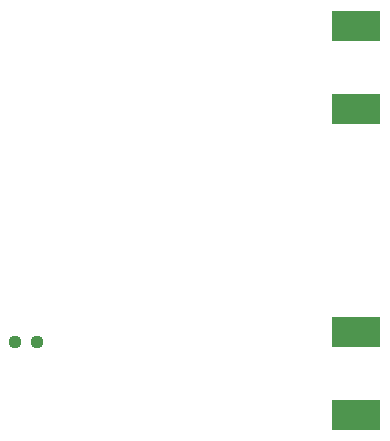
<source format=gbr>
%TF.GenerationSoftware,KiCad,Pcbnew,6.0.6-3a73a75311~116~ubuntu20.04.1*%
%TF.CreationDate,2022-09-22T11:08:13+01:00*%
%TF.ProjectId,UFOMothership,55464f4d-6f74-4686-9572-736869702e6b,rev?*%
%TF.SameCoordinates,Original*%
%TF.FileFunction,Paste,Bot*%
%TF.FilePolarity,Positive*%
%FSLAX46Y46*%
G04 Gerber Fmt 4.6, Leading zero omitted, Abs format (unit mm)*
G04 Created by KiCad (PCBNEW 6.0.6-3a73a75311~116~ubuntu20.04.1) date 2022-09-22 11:08:13*
%MOMM*%
%LPD*%
G01*
G04 APERTURE LIST*
G04 Aperture macros list*
%AMRoundRect*
0 Rectangle with rounded corners*
0 $1 Rounding radius*
0 $2 $3 $4 $5 $6 $7 $8 $9 X,Y pos of 4 corners*
0 Add a 4 corners polygon primitive as box body*
4,1,4,$2,$3,$4,$5,$6,$7,$8,$9,$2,$3,0*
0 Add four circle primitives for the rounded corners*
1,1,$1+$1,$2,$3*
1,1,$1+$1,$4,$5*
1,1,$1+$1,$6,$7*
1,1,$1+$1,$8,$9*
0 Add four rect primitives between the rounded corners*
20,1,$1+$1,$2,$3,$4,$5,0*
20,1,$1+$1,$4,$5,$6,$7,0*
20,1,$1+$1,$6,$7,$8,$9,0*
20,1,$1+$1,$8,$9,$2,$3,0*%
G04 Aperture macros list end*
%ADD10R,4.190000X2.665000*%
%ADD11RoundRect,0.237500X-0.250000X-0.237500X0.250000X-0.237500X0.250000X0.237500X-0.250000X0.237500X0*%
G04 APERTURE END LIST*
D10*
%TO.C,J4*%
X207665000Y-70292500D03*
X207665000Y-63307500D03*
%TD*%
%TO.C,J3*%
X207665000Y-89215000D03*
X207665000Y-96200000D03*
%TD*%
D11*
%TO.C,R5*%
X178775000Y-90000000D03*
X180600000Y-90000000D03*
%TD*%
M02*

</source>
